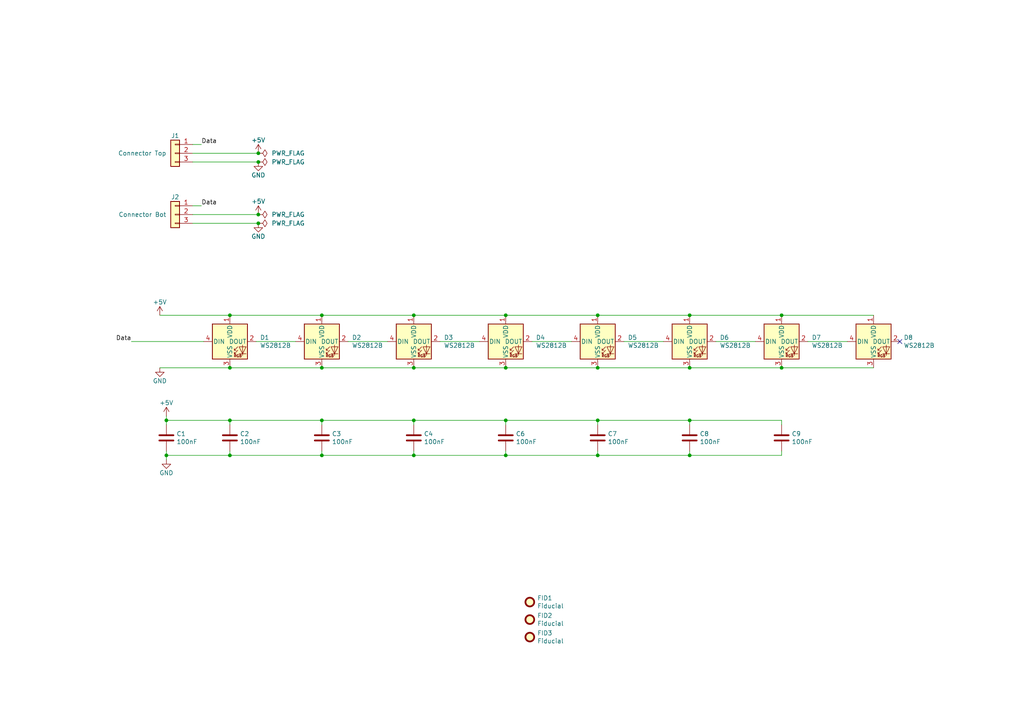
<source format=kicad_sch>
(kicad_sch (version 20230121) (generator eeschema)
  (paper "A4")
  (title_block (title "Index - Ring Light") (date "2021-09-14") (rev "04"))
  (lib_symbols
    (symbol "Connector_Generic:Conn_01x03" (pin_names (offset 1.016) hide)
      (property "Reference" "J" (at 0 5.08 0))
      (property "Value" "Conn_01x03" (at 0 -5.08 0))
      (symbol "Conn_01x03_1_1"
        (rectangle (start -1.27 -2.413) (end 0 -2.667) (stroke (width 0.1524)))
        (rectangle (start -1.27 0.127) (end 0 -0.127) (stroke (width 0.1524)))
        (rectangle (start -1.27 2.667) (end 0 2.413) (stroke (width 0.1524)))
        (rectangle (start -1.27 3.81) (end 1.27 -3.81) (stroke (width 0.254)) (fill (type background)))
        (pin passive line (at -5.08 2.54 0) (length 3.81) (name "Pin_1") (number "1"))
        (pin passive line (at -5.08 0 0) (length 3.81) (name "Pin_2") (number "2"))
        (pin passive line (at -5.08 -2.54 0) (length 3.81) (name "Pin_3") (number "3"))
      )
    )
    (symbol "Device:C" (pin_numbers hide) (pin_names (offset 0.254))
      (property "Reference" "C" (at 0.635 2.54 0))
      (property "Value" "C" (at 0.635 -2.54 0))
      (symbol "C_0_1"
        (polyline (pts (xy -2.032 -0.762) (xy 2.032 -0.762)) (stroke (width 0.508)))
        (polyline (pts (xy -2.032 0.762) (xy 2.032 0.762)) (stroke (width 0.508)))
      )
      (symbol "C_1_1"
        (pin passive line (at 0 3.81 270) (length 2.794) (name "~") (number "1"))
        (pin passive line (at 0 -3.81 90) (length 2.794) (name "~") (number "2"))
      )
    )
    (symbol "LED:WS2812B" (pin_names (offset 0.254))
      (property "Reference" "D" (at 5.08 5.715 0))
      (property "Value" "WS2812B" (at 1.27 -5.715 0))
      (symbol "WS2812B_0_0"
        (text "RGB" (at 2.286 -4.191 0) (effects (font (size 0.762 0.762))))
      )
      (symbol "WS2812B_0_1"
        (polyline (pts (xy 1.27 -3.556) (xy 1.778 -3.556)))
        (polyline (pts (xy 1.27 -2.54) (xy 1.778 -2.54)))
        (polyline (pts (xy 4.699 -3.556) (xy 2.667 -3.556)))
        (polyline (pts (xy 2.286 -2.54) (xy 1.27 -3.556) (xy 1.27 -3.048)))
        (polyline (pts (xy 2.286 -1.524) (xy 1.27 -2.54) (xy 1.27 -2.032)))
        (polyline (pts (xy 3.683 -1.016) (xy 3.683 -3.556) (xy 3.683 -4.064)))
        (polyline (pts (xy 4.699 -1.524) (xy 2.667 -1.524) (xy 3.683 -3.556) (xy 4.699 -1.524)))
        (rectangle (start 5.08 5.08) (end -5.08 -5.08) (stroke (width 0.254)) (fill (type background)))
      )
      (symbol "WS2812B_1_1"
        (pin power_in line (at 0 7.62 270) (length 2.54) (name "VDD") (number "1"))
        (pin output line (at 7.62 0 180) (length 2.54) (name "DOUT") (number "2"))
        (pin power_in line (at 0 -7.62 90) (length 2.54) (name "VSS") (number "3"))
        (pin input line (at -7.62 0 0) (length 2.54) (name "DIN") (number "4"))
      )
    )
    (symbol "Mechanical:Fiducial"
      (property "Reference" "FID" (at 0 5.08 0))
      (property "Value" "Fiducial" (at 0 3.175 0))
      (symbol "Fiducial_0_1"
        (circle (center 0 0) (radius 1.27) (stroke (width 0.508)) (fill (type background)))
      )
    )
    (symbol "power:+5V" (power) (pin_names (offset 0))
      (property "Value" "+5V" (at 0 3.556 0))
      (symbol "+5V_0_1"
        (polyline (pts (xy -0.762 1.27) (xy 0 2.54)))
        (polyline (pts (xy 0 0) (xy 0 2.54)))
        (polyline (pts (xy 0 2.54) (xy 0.762 1.27)))
      )
      (symbol "+5V_1_1"
        (pin power_in line (at 0 0 90) (length 0) hide (name "+5V") (number "1"))
      )
    )
    (symbol "power:GND" (power) (pin_names (offset 0))
      (property "Value" "GND" (at 0 -3.81 0))
      (symbol "GND_0_1"
        (polyline (pts (xy 0 0) (xy 0 -1.27) (xy 1.27 -1.27) (xy 0 -2.54) (xy -1.27 -1.27) (xy 0 -1.27)))
      )
      (symbol "GND_1_1"
        (pin power_in line (at 0 0 270) (length 0) hide (name "GND") (number "1"))
      )
    )
    (symbol "power:PWR_FLAG" (power) (pin_numbers hide) (pin_names (offset 0) hide)
      (property "Value" "PWR_FLAG" (at 0 3.81 0))
      (symbol "PWR_FLAG_0_0"
        (pin power_out line (at 0 0 90) (length 0) (name "pwr") (number "1"))
      )
      (symbol "PWR_FLAG_0_1"
        (polyline (pts (xy 0 0) (xy 0 1.27) (xy -1.016 1.905) (xy 0 2.54) (xy 1.016 1.905) (xy 0 1.27)))
      )
    )
  )
  (junction (at 173.355 106.68))
  (junction (at 66.675 91.44))
  (junction (at 93.345 132.08))
  (junction (at 66.675 121.92))
  (junction (at 66.675 106.68))
  (junction (at 120.015 106.68))
  (junction (at 226.695 106.68))
  (junction (at 173.355 132.08))
  (junction (at 146.685 91.44))
  (junction (at 226.695 91.44))
  (junction (at 74.93 46.99))
  (junction (at 74.93 44.45))
  (junction (at 48.26 132.08))
  (junction (at 146.685 132.08))
  (junction (at 66.675 132.08))
  (junction (at 120.015 91.44))
  (junction (at 93.345 121.92))
  (junction (at 120.015 121.92))
  (junction (at 146.685 121.92))
  (junction (at 146.685 106.68))
  (junction (at 200.025 91.44))
  (junction (at 93.345 106.68))
  (junction (at 120.015 132.08))
  (junction (at 200.025 106.68))
  (junction (at 200.025 132.08))
  (junction (at 93.345 91.44))
  (junction (at 173.355 121.92))
  (junction (at 200.025 121.92))
  (junction (at 74.93 62.23))
  (junction (at 173.355 91.44))
  (junction (at 48.26 121.92))
  (junction (at 74.93 64.77))
  (no_connect (at 260.985 99.06))
  (wire (pts (xy 173.355 91.44) (xy 200.025 91.44)))
  (wire (pts (xy 120.015 91.44) (xy 146.685 91.44)))
  (wire (pts (xy 120.015 121.92) (xy 146.685 121.92)))
  (wire (pts (xy 93.345 106.68) (xy 66.675 106.68)))
  (wire (pts (xy 46.355 91.44) (xy 66.675 91.44)))
  (wire (pts (xy 200.025 121.92) (xy 200.025 123.19)))
  (wire (pts (xy 66.675 121.92) (xy 66.675 123.19)))
  (wire (pts (xy 55.88 41.91) (xy 58.42 41.91)))
  (wire (pts (xy 120.015 132.08) (xy 146.685 132.08)))
  (wire (pts (xy 127.635 99.06) (xy 139.065 99.06)))
  (wire (pts (xy 38.1 99.06) (xy 59.055 99.06)))
  (wire (pts (xy 146.685 132.08) (xy 146.685 130.81)))
  (wire (pts (xy 55.88 59.69) (xy 58.42 59.69)))
  (wire (pts (xy 207.645 99.06) (xy 219.075 99.06)))
  (wire (pts (xy 154.305 99.06) (xy 165.735 99.06)))
  (wire (pts (xy 66.675 132.08) (xy 93.345 132.08)))
  (wire (pts (xy 48.26 130.81) (xy 48.26 132.08)))
  (wire (pts (xy 48.26 121.92) (xy 48.26 123.19)))
  (wire (pts (xy 180.975 99.06) (xy 192.405 99.06)))
  (wire (pts (xy 93.345 91.44) (xy 120.015 91.44)))
  (wire (pts (xy 234.315 99.06) (xy 245.745 99.06)))
  (wire (pts (xy 55.88 44.45) (xy 74.93 44.45)))
  (wire (pts (xy 200.025 106.68) (xy 226.695 106.68)))
  (wire (pts (xy 55.88 62.23) (xy 74.93 62.23)))
  (wire (pts (xy 66.675 132.08) (xy 66.675 130.81)))
  (wire (pts (xy 173.355 132.08) (xy 200.025 132.08)))
  (wire (pts (xy 55.88 64.77) (xy 74.93 64.77)))
  (wire (pts (xy 93.345 132.08) (xy 93.345 130.81)))
  (wire (pts (xy 200.025 132.08) (xy 200.025 130.81)))
  (wire (pts (xy 173.355 121.92) (xy 173.355 123.19)))
  (wire (pts (xy 100.965 99.06) (xy 112.395 99.06)))
  (wire (pts (xy 200.025 132.08) (xy 226.695 132.08)))
  (wire (pts (xy 93.345 132.08) (xy 120.015 132.08)))
  (wire (pts (xy 46.355 106.68) (xy 66.675 106.68)))
  (wire (pts (xy 120.015 121.92) (xy 120.015 123.19)))
  (wire (pts (xy 173.355 121.92) (xy 200.025 121.92)))
  (wire (pts (xy 226.695 121.92) (xy 226.695 123.19)))
  (wire (pts (xy 173.355 132.08) (xy 173.355 130.81)))
  (wire (pts (xy 200.025 106.68) (xy 173.355 106.68)))
  (wire (pts (xy 93.345 121.92) (xy 120.015 121.92)))
  (wire (pts (xy 146.685 106.68) (xy 173.355 106.68)))
  (wire (pts (xy 120.015 106.68) (xy 146.685 106.68)))
  (wire (pts (xy 146.685 121.92) (xy 146.685 123.19)))
  (wire (pts (xy 200.025 91.44) (xy 226.695 91.44)))
  (wire (pts (xy 146.685 132.08) (xy 173.355 132.08)))
  (wire (pts (xy 226.695 91.44) (xy 253.365 91.44)))
  (wire (pts (xy 48.26 132.08) (xy 48.26 133.35)))
  (wire (pts (xy 226.695 132.08) (xy 226.695 130.81)))
  (wire (pts (xy 146.685 91.44) (xy 173.355 91.44)))
  (wire (pts (xy 48.26 120.65) (xy 48.26 121.92)))
  (wire (pts (xy 74.295 99.06) (xy 85.725 99.06)))
  (wire (pts (xy 93.345 121.92) (xy 93.345 123.19)))
  (wire (pts (xy 55.88 46.99) (xy 74.93 46.99)))
  (wire (pts (xy 48.26 132.08) (xy 66.675 132.08)))
  (wire (pts (xy 93.345 106.68) (xy 120.015 106.68)))
  (wire (pts (xy 66.675 121.92) (xy 93.345 121.92)))
  (wire (pts (xy 48.26 121.92) (xy 66.675 121.92)))
  (wire (pts (xy 120.015 132.08) (xy 120.015 130.81)))
  (wire (pts (xy 200.025 121.92) (xy 226.695 121.92)))
  (wire (pts (xy 226.695 106.68) (xy 253.365 106.68)))
  (wire (pts (xy 146.685 121.92) (xy 173.355 121.92)))
  (wire (pts (xy 66.675 91.44) (xy 93.345 91.44)))
  (label "Data" (at 58.42 41.91 0))
  (label "Data" (at 38.1 99.06 180))
  (label "Data" (at 58.42 59.69 0))
  (symbol (lib_id "LED:WS2812B") (at 66.675 99.06 0) (unit 1)
    (property "Reference" "D1" (at 75.4126 97.8916 0) (effects (justify left)))
    (property "Value" "WS2812B" (at 75.4126 100.203 0) (effects (justify left)))
    (property "Footprint" "LED_SMD:LED_WS2812B_PLCC4_5.0x5.0mm_P3.2mm" (effects hide))
    (property "Datasheet" "https://cdn-shop.adafruit.com/datasheets/WS2812B.pdf" (effects hide))
    (property "Part #" "WS2812B" (effects hide))
    (property "JLCPCB" "C114586" (effects hide))
    (property "LCSC" "C114586" (effects hide))
  )
  (symbol (lib_id "LED:WS2812B") (at 93.345 99.06 0) (unit 1)
    (property "Reference" "D2" (at 102.0826 97.8916 0) (effects (justify left)))
    (property "Value" "WS2812B" (at 102.0826 100.203 0) (effects (justify left)))
    (property "Footprint" "LED_SMD:LED_WS2812B_PLCC4_5.0x5.0mm_P3.2mm" (effects hide))
    (property "Datasheet" "https://cdn-shop.adafruit.com/datasheets/WS2812B.pdf" (effects hide))
    (property "Part #" "WS2812B" (effects hide))
    (property "JLCPCB" "C114586" (effects hide))
    (property "LCSC" "C114586" (effects hide))
  )
  (symbol (lib_id "LED:WS2812B") (at 120.015 99.06 0) (unit 1)
    (property "Reference" "D3" (at 128.7526 97.8916 0) (effects (justify left)))
    (property "Value" "WS2812B" (at 128.7526 100.203 0) (effects (justify left)))
    (property "Footprint" "LED_SMD:LED_WS2812B_PLCC4_5.0x5.0mm_P3.2mm" (effects hide))
    (property "Datasheet" "https://cdn-shop.adafruit.com/datasheets/WS2812B.pdf" (effects hide))
    (property "Part #" "WS2812B" (effects hide))
    (property "JLCPCB" "C114586" (effects hide))
    (property "LCSC" "C114586" (effects hide))
  )
  (symbol (lib_id "LED:WS2812B") (at 146.685 99.06 0) (unit 1)
    (property "Reference" "D4" (at 155.4226 97.8916 0) (effects (justify left)))
    (property "Value" "WS2812B" (at 155.4226 100.203 0) (effects (justify left)))
    (property "Footprint" "LED_SMD:LED_WS2812B_PLCC4_5.0x5.0mm_P3.2mm" (effects hide))
    (property "Datasheet" "https://cdn-shop.adafruit.com/datasheets/WS2812B.pdf" (effects hide))
    (property "Part #" "WS2812B" (effects hide))
    (property "JLCPCB" "C114586" (effects hide))
    (property "LCSC" "C114586" (effects hide))
  )
  (symbol (lib_id "LED:WS2812B") (at 173.355 99.06 0) (unit 1)
    (property "Reference" "D5" (at 182.0926 97.8916 0) (effects (justify left)))
    (property "Value" "WS2812B" (at 182.0926 100.203 0) (effects (justify left)))
    (property "Footprint" "LED_SMD:LED_WS2812B_PLCC4_5.0x5.0mm_P3.2mm" (effects hide))
    (property "Datasheet" "https://cdn-shop.adafruit.com/datasheets/WS2812B.pdf" (effects hide))
    (property "Part #" "WS2812B" (effects hide))
    (property "JLCPCB" "C114586" (effects hide))
    (property "LCSC" "C114586" (effects hide))
  )
  (symbol (lib_id "LED:WS2812B") (at 200.025 99.06 0) (unit 1)
    (property "Reference" "D6" (at 208.7626 97.8916 0) (effects (justify left)))
    (property "Value" "WS2812B" (at 208.7626 100.203 0) (effects (justify left)))
    (property "Footprint" "LED_SMD:LED_WS2812B_PLCC4_5.0x5.0mm_P3.2mm" (effects hide))
    (property "Datasheet" "https://cdn-shop.adafruit.com/datasheets/WS2812B.pdf" (effects hide))
    (property "Part #" "WS2812B" (effects hide))
    (property "JLCPCB" "C114586" (effects hide))
    (property "LCSC" "C114586" (effects hide))
  )
  (symbol (lib_id "LED:WS2812B") (at 226.695 99.06 0) (unit 1)
    (property "Reference" "D7" (at 235.4326 97.8916 0) (effects (justify left)))
    (property "Value" "WS2812B" (at 235.4326 100.203 0) (effects (justify left)))
    (property "Footprint" "LED_SMD:LED_WS2812B_PLCC4_5.0x5.0mm_P3.2mm" (effects hide))
    (property "Datasheet" "https://cdn-shop.adafruit.com/datasheets/WS2812B.pdf" (effects hide))
    (property "Part #" "WS2812B" (effects hide))
    (property "JLCPCB" "C114586" (effects hide))
    (property "LCSC" "C114586" (effects hide))
  )
  (symbol (lib_id "LED:WS2812B") (at 253.365 99.06 0) (unit 1)
    (property "Reference" "D8" (at 262.1026 97.8916 0) (effects (justify left)))
    (property "Value" "WS2812B" (at 262.1026 100.203 0) (effects (justify left)))
    (property "Footprint" "LED_SMD:LED_WS2812B_PLCC4_5.0x5.0mm_P3.2mm" (effects hide))
    (property "Datasheet" "https://cdn-shop.adafruit.com/datasheets/WS2812B.pdf" (effects hide))
    (property "Part #" "WS2812B" (effects hide))
    (property "JLCPCB" "C114586" (effects hide))
    (property "LCSC" "C114586" (effects hide))
  )
  (symbol (lib_id "Mechanical:Fiducial") (at 153.67 174.625 0) (unit 1)
    (property "Reference" "FID1" (at 155.829 173.4566 0) (effects (justify left)))
    (property "Value" "Fiducial" (at 155.829 175.768 0) (effects (justify left)))
    (property "Footprint" "Fiducial:Fiducial_1mm_Mask2mm" (effects hide))
  )
  (symbol (lib_id "Mechanical:Fiducial") (at 153.67 179.705 0) (unit 1)
    (property "Reference" "FID2" (at 155.829 178.5366 0) (effects (justify left)))
    (property "Value" "Fiducial" (at 155.829 180.848 0) (effects (justify left)))
    (property "Footprint" "Fiducial:Fiducial_1mm_Mask2mm" (effects hide))
  )
  (symbol (lib_id "Mechanical:Fiducial") (at 153.67 184.785 0) (unit 1)
    (property "Reference" "FID3" (at 155.829 183.6166 0) (effects (justify left)))
    (property "Value" "Fiducial" (at 155.829 185.928 0) (effects (justify left)))
    (property "Footprint" "Fiducial:Fiducial_1mm_Mask2mm" (effects hide))
  )
  (symbol (lib_id "power:GND") (at 46.355 106.68 0) (unit 1)
    (property "Reference" "#PWR02" (effects hide))
    (property "Value" "GND" (at 46.355 110.49 0))
  )
  (symbol (lib_id "power:+5V") (at 46.355 91.44 0) (unit 1)
    (property "Reference" "#PWR01" (effects hide))
    (property "Value" "+5V" (at 46.355 87.63 0))
  )
  (symbol (lib_id "power:+5V") (at 48.26 120.65 0) (unit 1)
    (property "Reference" "#PWR03" (effects hide))
    (property "Value" "+5V" (at 48.26 116.84 0))
  )
  (symbol (lib_id "power:GND") (at 48.26 133.35 0) (unit 1)
    (property "Reference" "#PWR04" (effects hide))
    (property "Value" "GND" (at 48.26 137.16 0))
  )
  (symbol (lib_id "Device:C") (at 66.675 127 0) (unit 1)
    (property "Reference" "C2" (at 69.596 125.8316 0) (effects (justify left)))
    (property "Value" "100nF" (at 69.596 128.143 0) (effects (justify left)))
    (property "Footprint" "Capacitor_SMD:C_0805_2012Metric" (effects hide))
    (property "Part #" "CC0805KRX7R9BB104" (effects hide))
    (property "JLCPCB" "C49678" (effects hide))
    (property "LCSC" "C49678" (effects hide))
  )
  (symbol (lib_id "Connector_Generic:Conn_01x03") (at 50.8 62.23 0) (mirror y) (unit 1)
    (property "Reference" "J2" (at 50.8 57.15 0))
    (property "Value" "Connector Bot" (at 48.26 62.23 0) (effects (justify left)))
    (property "Footprint" "Connector_JST:JST_XH_S3B-XH-A-1_1x03_P2.50mm_Horizontal" (effects hide))
    (property "Part #" "S3B-XH-A-1(LF)(SN)" (effects hide))
    (property "JLCPCB" "C163036" (effects hide))
    (property "LCSC" "C163036" (effects hide))
  )
  (symbol (lib_id "power:+5V") (at 74.93 44.45 0) (unit 1)
    (property "Reference" "#PWR05" (effects hide))
    (property "Value" "+5V" (at 74.93 40.64 0))
  )
  (symbol (lib_id "power:GND") (at 74.93 46.99 0) (unit 1)
    (property "Reference" "#PWR06" (effects hide))
    (property "Value" "GND" (at 74.93 50.8 0))
  )
  (symbol (lib_id "Connector_Generic:Conn_01x03") (at 50.8 44.45 0) (mirror y) (unit 1)
    (property "Reference" "J1" (at 50.8 39.37 0))
    (property "Value" "Connector Top" (at 48.26 44.45 0) (effects (justify left)))
    (property "Footprint" "Connector_JST:JST_XH_B3B-XH-A_1x03_P2.50mm_Vertical" (effects hide))
    (property "Part #" "B3B-XH-A(LF)(SN)" (effects hide))
    (property "JLCPCB" "C144394" (effects hide))
    (property "LCSC" "C144394" (effects hide))
  )
  (symbol (lib_id "Device:C") (at 93.345 127 0) (unit 1)
    (property "Reference" "C3" (at 96.266 125.8316 0) (effects (justify left)))
    (property "Value" "100nF" (at 96.266 128.143 0) (effects (justify left)))
    (property "Footprint" "Capacitor_SMD:C_0805_2012Metric" (effects hide))
    (property "Part #" "CC0805KRX7R9BB104" (effects hide))
    (property "JLCPCB" "C49678" (effects hide))
    (property "LCSC" "C49678" (effects hide))
  )
  (symbol (lib_id "Device:C") (at 120.015 127 0) (unit 1)
    (property "Reference" "C4" (at 122.936 125.8316 0) (effects (justify left)))
    (property "Value" "100nF" (at 122.936 128.143 0) (effects (justify left)))
    (property "Footprint" "Capacitor_SMD:C_0805_2012Metric" (effects hide))
    (property "Part #" "CC0805KRX7R9BB104" (effects hide))
    (property "JLCPCB" "C49678" (effects hide))
    (property "LCSC" "C49678" (effects hide))
  )
  (symbol (lib_id "Device:C") (at 146.685 127 0) (unit 1)
    (property "Reference" "C6" (at 149.606 125.8316 0) (effects (justify left)))
    (property "Value" "100nF" (at 149.606 128.143 0) (effects (justify left)))
    (property "Footprint" "Capacitor_SMD:C_0805_2012Metric" (effects hide))
    (property "Part #" "CC0805KRX7R9BB104" (effects hide))
    (property "JLCPCB" "C49678" (effects hide))
    (property "LCSC" "C49678" (effects hide))
  )
  (symbol (lib_id "Device:C") (at 173.355 127 0) (unit 1)
    (property "Reference" "C7" (at 176.276 125.8316 0) (effects (justify left)))
    (property "Value" "100nF" (at 176.276 128.143 0) (effects (justify left)))
    (property "Footprint" "Capacitor_SMD:C_0805_2012Metric" (effects hide))
    (property "Part #" "CC0805KRX7R9BB104" (effects hide))
    (property "JLCPCB" "C49678" (effects hide))
    (property "LCSC" "C49678" (effects hide))
  )
  (symbol (lib_id "Device:C") (at 200.025 127 0) (unit 1)
    (property "Reference" "C8" (at 202.946 125.8316 0) (effects (justify left)))
    (property "Value" "100nF" (at 202.946 128.143 0) (effects (justify left)))
    (property "Footprint" "Capacitor_SMD:C_0805_2012Metric" (effects hide))
    (property "Part #" "CC0805KRX7R9BB104" (effects hide))
    (property "JLCPCB" "C49678" (effects hide))
    (property "LCSC" "C49678" (effects hide))
  )
  (symbol (lib_id "power:+5V") (at 74.93 62.23 0) (unit 1)
    (property "Reference" "#PWR07" (effects hide))
    (property "Value" "+5V" (at 74.93 58.42 0))
  )
  (symbol (lib_id "Device:C") (at 226.695 127 0) (unit 1)
    (property "Reference" "C9" (at 229.616 125.8316 0) (effects (justify left)))
    (property "Value" "100nF" (at 229.616 128.143 0) (effects (justify left)))
    (property "Footprint" "Capacitor_SMD:C_0805_2012Metric" (effects hide))
    (property "Part #" "CC0805KRX7R9BB104" (effects hide))
    (property "JLCPCB" "C49678" (effects hide))
    (property "LCSC" "C49678" (effects hide))
  )
  (symbol (lib_id "power:GND") (at 74.93 64.77 0) (unit 1)
    (property "Reference" "#PWR08" (effects hide))
    (property "Value" "GND" (at 74.93 68.58 0))
  )
  (symbol (lib_id "Device:C") (at 48.26 127 0) (unit 1)
    (property "Reference" "C1" (at 51.181 125.8316 0) (effects (justify left)))
    (property "Value" "100nF" (at 51.181 128.143 0) (effects (justify left)))
    (property "Footprint" "Capacitor_SMD:C_0805_2012Metric" (effects hide))
    (property "Part #" "CC0805KRX7R9BB104" (effects hide))
    (property "JLCPCB" "C49678" (effects hide))
    (property "LCSC" "C49678" (effects hide))
  )
  (symbol (lib_id "power:PWR_FLAG") (at 74.93 44.45 270) (unit 1)
    (property "Reference" "#FLG01" (effects hide))
    (property "Value" "PWR_FLAG" (at 78.74 44.4499 90) (effects (justify left)))
  )
  (symbol (lib_id "power:PWR_FLAG") (at 74.93 62.23 270) (unit 1)
    (property "Reference" "#FLG03" (effects hide))
    (property "Value" "PWR_FLAG" (at 78.74 62.2299 90) (effects (justify left)))
  )
  (symbol (lib_id "power:PWR_FLAG") (at 74.93 46.99 270) (unit 1)
    (property "Reference" "#FLG02" (effects hide))
    (property "Value" "PWR_FLAG" (at 78.74 46.9899 90) (effects (justify left)))
  )
  (symbol (lib_id "power:PWR_FLAG") (at 74.93 64.77 270) (unit 1)
    (property "Reference" "#FLG04" (effects hide))
    (property "Value" "PWR_FLAG" (at 78.74 64.7699 90) (effects (justify left)))
  )
)
</source>
